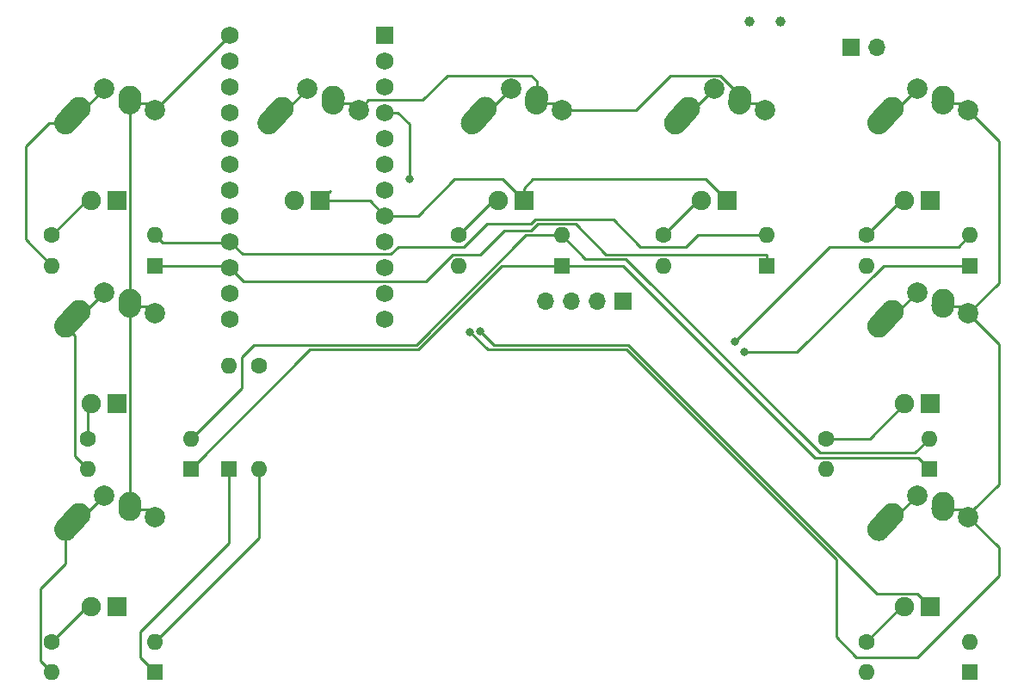
<source format=gbr>
G04 #@! TF.GenerationSoftware,KiCad,Pcbnew,(5.1.9)-1*
G04 #@! TF.CreationDate,2021-02-07T16:45:38-06:00*
G04 #@! TF.ProjectId,4x4_CNC_encoder_PCB,3478345f-434e-4435-9f65-6e636f646572,rev?*
G04 #@! TF.SameCoordinates,Original*
G04 #@! TF.FileFunction,Copper,L1,Top*
G04 #@! TF.FilePolarity,Positive*
%FSLAX46Y46*%
G04 Gerber Fmt 4.6, Leading zero omitted, Abs format (unit mm)*
G04 Created by KiCad (PCBNEW (5.1.9)-1) date 2021-02-07 16:45:38*
%MOMM*%
%LPD*%
G01*
G04 APERTURE LIST*
G04 #@! TA.AperFunction,ComponentPad*
%ADD10O,1.700000X1.700000*%
G04 #@! TD*
G04 #@! TA.AperFunction,ComponentPad*
%ADD11R,1.700000X1.700000*%
G04 #@! TD*
G04 #@! TA.AperFunction,ComponentPad*
%ADD12O,1.600000X1.600000*%
G04 #@! TD*
G04 #@! TA.AperFunction,ComponentPad*
%ADD13C,1.600000*%
G04 #@! TD*
G04 #@! TA.AperFunction,ComponentPad*
%ADD14R,1.600000X1.600000*%
G04 #@! TD*
G04 #@! TA.AperFunction,ComponentPad*
%ADD15R,1.905000X1.905000*%
G04 #@! TD*
G04 #@! TA.AperFunction,ComponentPad*
%ADD16C,1.905000*%
G04 #@! TD*
G04 #@! TA.AperFunction,ComponentPad*
%ADD17C,2.000000*%
G04 #@! TD*
G04 #@! TA.AperFunction,ComponentPad*
%ADD18C,2.250000*%
G04 #@! TD*
G04 #@! TA.AperFunction,WasherPad*
%ADD19C,1.000000*%
G04 #@! TD*
G04 #@! TA.AperFunction,ComponentPad*
%ADD20C,1.752600*%
G04 #@! TD*
G04 #@! TA.AperFunction,ComponentPad*
%ADD21R,1.752600X1.752600*%
G04 #@! TD*
G04 #@! TA.AperFunction,ViaPad*
%ADD22C,0.800000*%
G04 #@! TD*
G04 #@! TA.AperFunction,Conductor*
%ADD23C,0.250000*%
G04 #@! TD*
G04 APERTURE END LIST*
D10*
X136040000Y-65000000D03*
D11*
X133500000Y-65000000D03*
D12*
X145160000Y-123500000D03*
D13*
X135000000Y-123500000D03*
D12*
X141160000Y-103500000D03*
D13*
X131000000Y-103500000D03*
D12*
X145160000Y-83500000D03*
D13*
X135000000Y-83500000D03*
D12*
X125160000Y-83500000D03*
D13*
X115000000Y-83500000D03*
D12*
X105000000Y-83500000D03*
D13*
X94840000Y-83500000D03*
D12*
X75250000Y-106500000D03*
D13*
X75250000Y-96340000D03*
D12*
X65000000Y-83500000D03*
D13*
X54840000Y-83500000D03*
D12*
X68500000Y-103500000D03*
D13*
X58340000Y-103500000D03*
D12*
X65000000Y-123500000D03*
D13*
X54840000Y-123500000D03*
D12*
X135000000Y-126500000D03*
D14*
X145160000Y-126500000D03*
D12*
X131000000Y-106500000D03*
D14*
X141160000Y-106500000D03*
D12*
X135000000Y-86500000D03*
D14*
X145160000Y-86500000D03*
D12*
X115000000Y-86500000D03*
D14*
X125160000Y-86500000D03*
D12*
X94840000Y-86500000D03*
D14*
X105000000Y-86500000D03*
D12*
X72250000Y-96340000D03*
D14*
X72250000Y-106500000D03*
D12*
X54840000Y-86500000D03*
D14*
X65000000Y-86500000D03*
D12*
X58340000Y-106500000D03*
D14*
X68500000Y-106500000D03*
D12*
X54840000Y-126500000D03*
D14*
X65000000Y-126500000D03*
D15*
X141270000Y-120080000D03*
D16*
X138730000Y-120080000D03*
D17*
X140000000Y-109100000D03*
X145000000Y-111200000D03*
D18*
X137500000Y-111000000D03*
G04 #@! TA.AperFunction,ComponentPad*
G36*
G01*
X135438688Y-113297350D02*
X135438688Y-113297350D01*
G75*
G02*
X135352650Y-111708688I751312J837350D01*
G01*
X136662640Y-110248680D01*
G75*
G02*
X138251302Y-110162642I837350J-751312D01*
G01*
X138251302Y-110162642D01*
G75*
G02*
X138337340Y-111751304I-751312J-837350D01*
G01*
X137027350Y-113211312D01*
G75*
G02*
X135438688Y-113297350I-837350J751312D01*
G01*
G37*
G04 #@! TD.AperFunction*
X142540000Y-109920000D03*
G04 #@! TA.AperFunction,ComponentPad*
G36*
G01*
X142423483Y-111622395D02*
X142423483Y-111622395D01*
G75*
G02*
X141377605Y-110423483I76517J1122395D01*
G01*
X141417147Y-109843451D01*
G75*
G02*
X142616059Y-108797573I1122395J-76517D01*
G01*
X142616059Y-108797573D01*
G75*
G02*
X143661937Y-109996485I-76517J-1122395D01*
G01*
X143622395Y-110576517D01*
G75*
G02*
X142423483Y-111622395I-1122395J76517D01*
G01*
G37*
G04 #@! TD.AperFunction*
D15*
X141270000Y-100080000D03*
D16*
X138730000Y-100080000D03*
D17*
X140000000Y-89100000D03*
X145000000Y-91200000D03*
D18*
X137500000Y-91000000D03*
G04 #@! TA.AperFunction,ComponentPad*
G36*
G01*
X135438688Y-93297350D02*
X135438688Y-93297350D01*
G75*
G02*
X135352650Y-91708688I751312J837350D01*
G01*
X136662640Y-90248680D01*
G75*
G02*
X138251302Y-90162642I837350J-751312D01*
G01*
X138251302Y-90162642D01*
G75*
G02*
X138337340Y-91751304I-751312J-837350D01*
G01*
X137027350Y-93211312D01*
G75*
G02*
X135438688Y-93297350I-837350J751312D01*
G01*
G37*
G04 #@! TD.AperFunction*
X142540000Y-89920000D03*
G04 #@! TA.AperFunction,ComponentPad*
G36*
G01*
X142423483Y-91622395D02*
X142423483Y-91622395D01*
G75*
G02*
X141377605Y-90423483I76517J1122395D01*
G01*
X141417147Y-89843451D01*
G75*
G02*
X142616059Y-88797573I1122395J-76517D01*
G01*
X142616059Y-88797573D01*
G75*
G02*
X143661937Y-89996485I-76517J-1122395D01*
G01*
X143622395Y-90576517D01*
G75*
G02*
X142423483Y-91622395I-1122395J76517D01*
G01*
G37*
G04 #@! TD.AperFunction*
D15*
X141270000Y-80080000D03*
D16*
X138730000Y-80080000D03*
D17*
X140000000Y-69100000D03*
X145000000Y-71200000D03*
D18*
X137500000Y-71000000D03*
G04 #@! TA.AperFunction,ComponentPad*
G36*
G01*
X135438688Y-73297350D02*
X135438688Y-73297350D01*
G75*
G02*
X135352650Y-71708688I751312J837350D01*
G01*
X136662640Y-70248680D01*
G75*
G02*
X138251302Y-70162642I837350J-751312D01*
G01*
X138251302Y-70162642D01*
G75*
G02*
X138337340Y-71751304I-751312J-837350D01*
G01*
X137027350Y-73211312D01*
G75*
G02*
X135438688Y-73297350I-837350J751312D01*
G01*
G37*
G04 #@! TD.AperFunction*
X142540000Y-69920000D03*
G04 #@! TA.AperFunction,ComponentPad*
G36*
G01*
X142423483Y-71622395D02*
X142423483Y-71622395D01*
G75*
G02*
X141377605Y-70423483I76517J1122395D01*
G01*
X141417147Y-69843451D01*
G75*
G02*
X142616059Y-68797573I1122395J-76517D01*
G01*
X142616059Y-68797573D01*
G75*
G02*
X143661937Y-69996485I-76517J-1122395D01*
G01*
X143622395Y-70576517D01*
G75*
G02*
X142423483Y-71622395I-1122395J76517D01*
G01*
G37*
G04 #@! TD.AperFunction*
D15*
X121270000Y-80080000D03*
D16*
X118730000Y-80080000D03*
D17*
X120000000Y-69100000D03*
X125000000Y-71200000D03*
D18*
X117500000Y-71000000D03*
G04 #@! TA.AperFunction,ComponentPad*
G36*
G01*
X115438688Y-73297350D02*
X115438688Y-73297350D01*
G75*
G02*
X115352650Y-71708688I751312J837350D01*
G01*
X116662640Y-70248680D01*
G75*
G02*
X118251302Y-70162642I837350J-751312D01*
G01*
X118251302Y-70162642D01*
G75*
G02*
X118337340Y-71751304I-751312J-837350D01*
G01*
X117027350Y-73211312D01*
G75*
G02*
X115438688Y-73297350I-837350J751312D01*
G01*
G37*
G04 #@! TD.AperFunction*
X122540000Y-69920000D03*
G04 #@! TA.AperFunction,ComponentPad*
G36*
G01*
X122423483Y-71622395D02*
X122423483Y-71622395D01*
G75*
G02*
X121377605Y-70423483I76517J1122395D01*
G01*
X121417147Y-69843451D01*
G75*
G02*
X122616059Y-68797573I1122395J-76517D01*
G01*
X122616059Y-68797573D01*
G75*
G02*
X123661937Y-69996485I-76517J-1122395D01*
G01*
X123622395Y-70576517D01*
G75*
G02*
X122423483Y-71622395I-1122395J76517D01*
G01*
G37*
G04 #@! TD.AperFunction*
D15*
X101270000Y-80080000D03*
D16*
X98730000Y-80080000D03*
D17*
X100000000Y-69100000D03*
X105000000Y-71200000D03*
D18*
X97500000Y-71000000D03*
G04 #@! TA.AperFunction,ComponentPad*
G36*
G01*
X95438688Y-73297350D02*
X95438688Y-73297350D01*
G75*
G02*
X95352650Y-71708688I751312J837350D01*
G01*
X96662640Y-70248680D01*
G75*
G02*
X98251302Y-70162642I837350J-751312D01*
G01*
X98251302Y-70162642D01*
G75*
G02*
X98337340Y-71751304I-751312J-837350D01*
G01*
X97027350Y-73211312D01*
G75*
G02*
X95438688Y-73297350I-837350J751312D01*
G01*
G37*
G04 #@! TD.AperFunction*
X102540000Y-69920000D03*
G04 #@! TA.AperFunction,ComponentPad*
G36*
G01*
X102423483Y-71622395D02*
X102423483Y-71622395D01*
G75*
G02*
X101377605Y-70423483I76517J1122395D01*
G01*
X101417147Y-69843451D01*
G75*
G02*
X102616059Y-68797573I1122395J-76517D01*
G01*
X102616059Y-68797573D01*
G75*
G02*
X103661937Y-69996485I-76517J-1122395D01*
G01*
X103622395Y-70576517D01*
G75*
G02*
X102423483Y-71622395I-1122395J76517D01*
G01*
G37*
G04 #@! TD.AperFunction*
D15*
X81270000Y-80080000D03*
D16*
X78730000Y-80080000D03*
D17*
X80000000Y-69100000D03*
X85000000Y-71200000D03*
D18*
X77500000Y-71000000D03*
G04 #@! TA.AperFunction,ComponentPad*
G36*
G01*
X75438688Y-73297350D02*
X75438688Y-73297350D01*
G75*
G02*
X75352650Y-71708688I751312J837350D01*
G01*
X76662640Y-70248680D01*
G75*
G02*
X78251302Y-70162642I837350J-751312D01*
G01*
X78251302Y-70162642D01*
G75*
G02*
X78337340Y-71751304I-751312J-837350D01*
G01*
X77027350Y-73211312D01*
G75*
G02*
X75438688Y-73297350I-837350J751312D01*
G01*
G37*
G04 #@! TD.AperFunction*
X82540000Y-69920000D03*
G04 #@! TA.AperFunction,ComponentPad*
G36*
G01*
X82423483Y-71622395D02*
X82423483Y-71622395D01*
G75*
G02*
X81377605Y-70423483I76517J1122395D01*
G01*
X81417147Y-69843451D01*
G75*
G02*
X82616059Y-68797573I1122395J-76517D01*
G01*
X82616059Y-68797573D01*
G75*
G02*
X83661937Y-69996485I-76517J-1122395D01*
G01*
X83622395Y-70576517D01*
G75*
G02*
X82423483Y-71622395I-1122395J76517D01*
G01*
G37*
G04 #@! TD.AperFunction*
D15*
X61270000Y-80080000D03*
D16*
X58730000Y-80080000D03*
D17*
X60000000Y-69100000D03*
X65000000Y-71200000D03*
D18*
X57500000Y-71000000D03*
G04 #@! TA.AperFunction,ComponentPad*
G36*
G01*
X55438688Y-73297350D02*
X55438688Y-73297350D01*
G75*
G02*
X55352650Y-71708688I751312J837350D01*
G01*
X56662640Y-70248680D01*
G75*
G02*
X58251302Y-70162642I837350J-751312D01*
G01*
X58251302Y-70162642D01*
G75*
G02*
X58337340Y-71751304I-751312J-837350D01*
G01*
X57027350Y-73211312D01*
G75*
G02*
X55438688Y-73297350I-837350J751312D01*
G01*
G37*
G04 #@! TD.AperFunction*
X62540000Y-69920000D03*
G04 #@! TA.AperFunction,ComponentPad*
G36*
G01*
X62423483Y-71622395D02*
X62423483Y-71622395D01*
G75*
G02*
X61377605Y-70423483I76517J1122395D01*
G01*
X61417147Y-69843451D01*
G75*
G02*
X62616059Y-68797573I1122395J-76517D01*
G01*
X62616059Y-68797573D01*
G75*
G02*
X63661937Y-69996485I-76517J-1122395D01*
G01*
X63622395Y-70576517D01*
G75*
G02*
X62423483Y-71622395I-1122395J76517D01*
G01*
G37*
G04 #@! TD.AperFunction*
D15*
X61270000Y-100080000D03*
D16*
X58730000Y-100080000D03*
D17*
X60000000Y-89100000D03*
X65000000Y-91200000D03*
D18*
X57500000Y-91000000D03*
G04 #@! TA.AperFunction,ComponentPad*
G36*
G01*
X55438688Y-93297350D02*
X55438688Y-93297350D01*
G75*
G02*
X55352650Y-91708688I751312J837350D01*
G01*
X56662640Y-90248680D01*
G75*
G02*
X58251302Y-90162642I837350J-751312D01*
G01*
X58251302Y-90162642D01*
G75*
G02*
X58337340Y-91751304I-751312J-837350D01*
G01*
X57027350Y-93211312D01*
G75*
G02*
X55438688Y-93297350I-837350J751312D01*
G01*
G37*
G04 #@! TD.AperFunction*
X62540000Y-89920000D03*
G04 #@! TA.AperFunction,ComponentPad*
G36*
G01*
X62423483Y-91622395D02*
X62423483Y-91622395D01*
G75*
G02*
X61377605Y-90423483I76517J1122395D01*
G01*
X61417147Y-89843451D01*
G75*
G02*
X62616059Y-88797573I1122395J-76517D01*
G01*
X62616059Y-88797573D01*
G75*
G02*
X63661937Y-89996485I-76517J-1122395D01*
G01*
X63622395Y-90576517D01*
G75*
G02*
X62423483Y-91622395I-1122395J76517D01*
G01*
G37*
G04 #@! TD.AperFunction*
D15*
X61270000Y-120080000D03*
D16*
X58730000Y-120080000D03*
D17*
X60000000Y-109100000D03*
X65000000Y-111200000D03*
D18*
X57500000Y-111000000D03*
G04 #@! TA.AperFunction,ComponentPad*
G36*
G01*
X55438688Y-113297350D02*
X55438688Y-113297350D01*
G75*
G02*
X55352650Y-111708688I751312J837350D01*
G01*
X56662640Y-110248680D01*
G75*
G02*
X58251302Y-110162642I837350J-751312D01*
G01*
X58251302Y-110162642D01*
G75*
G02*
X58337340Y-111751304I-751312J-837350D01*
G01*
X57027350Y-113211312D01*
G75*
G02*
X55438688Y-113297350I-837350J751312D01*
G01*
G37*
G04 #@! TD.AperFunction*
X62540000Y-109920000D03*
G04 #@! TA.AperFunction,ComponentPad*
G36*
G01*
X62423483Y-111622395D02*
X62423483Y-111622395D01*
G75*
G02*
X61377605Y-110423483I76517J1122395D01*
G01*
X61417147Y-109843451D01*
G75*
G02*
X62616059Y-108797573I1122395J-76517D01*
G01*
X62616059Y-108797573D01*
G75*
G02*
X63661937Y-109996485I-76517J-1122395D01*
G01*
X63622395Y-110576517D01*
G75*
G02*
X62423483Y-111622395I-1122395J76517D01*
G01*
G37*
G04 #@! TD.AperFunction*
D19*
X126500000Y-62500000D03*
X123500000Y-62500000D03*
D20*
X72380000Y-63804000D03*
X72380000Y-66344000D03*
X72380000Y-68884000D03*
X72380000Y-71424000D03*
X72380000Y-73964000D03*
X72380000Y-76504000D03*
X72380000Y-79044000D03*
X72380000Y-81584000D03*
X72380000Y-84124000D03*
X72380000Y-86664000D03*
X72380000Y-89204000D03*
X72380000Y-91744000D03*
X87620000Y-91744000D03*
X87620000Y-89204000D03*
X87620000Y-86664000D03*
X87620000Y-84124000D03*
X87620000Y-81584000D03*
X87620000Y-79044000D03*
X87620000Y-76504000D03*
X87620000Y-73964000D03*
X87620000Y-71424000D03*
X87620000Y-68884000D03*
X87620000Y-66344000D03*
D21*
X87620000Y-63804000D03*
D10*
X103380000Y-90000000D03*
X105920000Y-90000000D03*
X108460000Y-90000000D03*
D11*
X111000000Y-90000000D03*
D22*
X90000000Y-78000000D03*
X123013671Y-95011648D03*
X121999994Y-94000000D03*
X97012660Y-92987340D03*
X96000000Y-93000000D03*
D23*
X90000000Y-78000000D02*
X90000000Y-72554000D01*
X88870000Y-71424000D02*
X90000000Y-72554000D01*
X87620000Y-71424000D02*
X88870000Y-71424000D01*
X56640000Y-112460000D02*
X56190000Y-112460000D01*
X60000000Y-109100000D02*
X56640000Y-112460000D01*
X56190000Y-112460000D02*
X56190000Y-115810000D01*
X53714999Y-125374999D02*
X54840000Y-126500000D01*
X53714999Y-118285001D02*
X53714999Y-125374999D01*
X56190000Y-115810000D02*
X53714999Y-118285001D01*
X136665002Y-86500000D02*
X128153354Y-95011648D01*
X128153354Y-95011648D02*
X123013671Y-95011648D01*
X145160000Y-86500000D02*
X136665002Y-86500000D01*
X72250000Y-106500000D02*
X72250000Y-113750000D01*
X72250000Y-113750000D02*
X63500000Y-122500000D01*
X63500000Y-125000000D02*
X65000000Y-126500000D01*
X63500000Y-122500000D02*
X63500000Y-125000000D01*
X56640000Y-92460000D02*
X60000000Y-89100000D01*
X56190000Y-92460000D02*
X56640000Y-92460000D01*
X57075001Y-105235001D02*
X58340000Y-106500000D01*
X57075001Y-93345001D02*
X57075001Y-105235001D01*
X56190000Y-92460000D02*
X57075001Y-93345001D01*
X140034999Y-105374999D02*
X141160000Y-106500000D01*
X129874999Y-105374999D02*
X140034999Y-105374999D01*
X111000000Y-86500000D02*
X129874999Y-105374999D01*
X105000000Y-86500000D02*
X111000000Y-86500000D01*
X68500000Y-106500000D02*
X80250000Y-94750000D01*
X80250000Y-94750000D02*
X90886410Y-94750000D01*
X99136410Y-86500000D02*
X105000000Y-86500000D01*
X90886410Y-94750000D02*
X99136410Y-86500000D01*
X56640000Y-72460000D02*
X60000000Y-69100000D01*
X56190000Y-72460000D02*
X56640000Y-72460000D01*
X52260998Y-83920998D02*
X54840000Y-86500000D01*
X52260998Y-74739002D02*
X52260998Y-83920998D01*
X54540000Y-72460000D02*
X52260998Y-74739002D01*
X56190000Y-72460000D02*
X54540000Y-72460000D01*
X65000000Y-86500000D02*
X65115301Y-86615301D01*
X72380000Y-86610602D02*
X72384699Y-86615301D01*
X72216000Y-86500000D02*
X72380000Y-86664000D01*
X65000000Y-86500000D02*
X72216000Y-86500000D01*
X91674998Y-88000000D02*
X73716000Y-88000000D01*
X94299999Y-85374999D02*
X91674998Y-88000000D01*
X96988591Y-85374999D02*
X94299999Y-85374999D01*
X101950011Y-83049989D02*
X99313600Y-83049989D01*
X99313600Y-83049989D02*
X96988591Y-85374999D01*
X106374999Y-82374999D02*
X102625001Y-82374999D01*
X73716000Y-88000000D02*
X72380000Y-86664000D01*
X109374999Y-85374999D02*
X106374999Y-82374999D01*
X102625001Y-82374999D02*
X101950011Y-83049989D01*
X125084999Y-85374999D02*
X109374999Y-85374999D01*
X125160000Y-85450000D02*
X125084999Y-85374999D01*
X125160000Y-86500000D02*
X125160000Y-85450000D01*
X76640000Y-72460000D02*
X80000000Y-69100000D01*
X76190000Y-72460000D02*
X76640000Y-72460000D01*
X76700001Y-72970001D02*
X76190000Y-72460000D01*
X96640000Y-72460000D02*
X100000000Y-69100000D01*
X96190000Y-72460000D02*
X96640000Y-72460000D01*
X116640000Y-72460000D02*
X120000000Y-69100000D01*
X116190000Y-72460000D02*
X116640000Y-72460000D01*
X136640000Y-72460000D02*
X140000000Y-69100000D01*
X136190000Y-72460000D02*
X136640000Y-72460000D01*
X136640000Y-92460000D02*
X140000000Y-89100000D01*
X136190000Y-92460000D02*
X136640000Y-92460000D01*
X136640000Y-112460000D02*
X140000000Y-109100000D01*
X136190000Y-112460000D02*
X136640000Y-112460000D01*
X67000000Y-121500000D02*
X65000000Y-123500000D01*
X145160000Y-83500000D02*
X144034999Y-84625001D01*
X131374993Y-84625001D02*
X121999994Y-94000000D01*
X144034999Y-84625001D02*
X131374993Y-84625001D01*
X75250000Y-113250000D02*
X75250000Y-106500000D01*
X65000000Y-123500000D02*
X75250000Y-113250000D01*
X58260000Y-120080000D02*
X58730000Y-120080000D01*
X54840000Y-123500000D02*
X58260000Y-120080000D01*
X141160000Y-103500000D02*
X139735012Y-104924988D01*
X139735012Y-104924988D02*
X130424988Y-104924988D01*
X130424988Y-104924988D02*
X111325010Y-85825010D01*
X107325010Y-85825010D02*
X105000000Y-83500000D01*
X111325010Y-85825010D02*
X107325010Y-85825010D01*
X73500000Y-98500000D02*
X68500000Y-103500000D01*
X73500000Y-95500000D02*
X73500000Y-98500000D01*
X90700011Y-94299989D02*
X74700011Y-94299989D01*
X101500000Y-83500000D02*
X90700011Y-94299989D01*
X74700011Y-94299989D02*
X73500000Y-95500000D01*
X105000000Y-83500000D02*
X101500000Y-83500000D01*
X58340000Y-100470000D02*
X58730000Y-100080000D01*
X58340000Y-103500000D02*
X58340000Y-100470000D01*
X112761412Y-84625001D02*
X110061399Y-81924988D01*
X102438601Y-81924988D02*
X101988591Y-82374999D01*
X65712699Y-84212699D02*
X65000000Y-83500000D01*
X101988591Y-82374999D02*
X97630003Y-82374999D01*
X110061399Y-81924988D02*
X102438601Y-81924988D01*
X118363590Y-83500000D02*
X117238589Y-84625001D01*
X97630003Y-82374999D02*
X95380001Y-84625001D01*
X117238589Y-84625001D02*
X112761412Y-84625001D01*
X125160000Y-83500000D02*
X118363590Y-83500000D01*
X72291301Y-84212699D02*
X72380000Y-84124000D01*
X65712699Y-84212699D02*
X72291301Y-84212699D01*
X88196625Y-85325301D02*
X88896925Y-84625001D01*
X73581301Y-85325301D02*
X88196625Y-85325301D01*
X88896925Y-84625001D02*
X95380001Y-84625001D01*
X72380000Y-84124000D02*
X73581301Y-85325301D01*
X58260000Y-80080000D02*
X58730000Y-80080000D01*
X54840000Y-83500000D02*
X58260000Y-80080000D01*
X98260000Y-80080000D02*
X98730000Y-80080000D01*
X94840000Y-83500000D02*
X98260000Y-80080000D01*
X118420000Y-80080000D02*
X118730000Y-80080000D01*
X115000000Y-83500000D02*
X118420000Y-80080000D01*
X138420000Y-80080000D02*
X138730000Y-80080000D01*
X135000000Y-83500000D02*
X138420000Y-80080000D01*
X135310000Y-103500000D02*
X138730000Y-100080000D01*
X131000000Y-103500000D02*
X135310000Y-103500000D01*
X138420000Y-120080000D02*
X138730000Y-120080000D01*
X135000000Y-123500000D02*
X138420000Y-120080000D01*
X64300000Y-70500000D02*
X65000000Y-71200000D01*
X62500000Y-70500000D02*
X64300000Y-70500000D01*
X62547501Y-89912499D02*
X62540000Y-89920000D01*
X62547501Y-70547501D02*
X62547501Y-89912499D01*
X62500000Y-70500000D02*
X62547501Y-70547501D01*
X62547501Y-109912499D02*
X62540000Y-109920000D01*
X62547501Y-90547501D02*
X62547501Y-109912499D01*
X62500000Y-90500000D02*
X62547501Y-90547501D01*
X64300000Y-90500000D02*
X65000000Y-91200000D01*
X62500000Y-90500000D02*
X64300000Y-90500000D01*
X64300000Y-110500000D02*
X65000000Y-111200000D01*
X62500000Y-110500000D02*
X64300000Y-110500000D01*
X65000000Y-71184000D02*
X65000000Y-71200000D01*
X72380000Y-63804000D02*
X65000000Y-71184000D01*
X81270000Y-80080000D02*
X82217301Y-79132699D01*
X119190000Y-78000000D02*
X121270000Y-80080000D01*
X102147500Y-78000000D02*
X119190000Y-78000000D01*
X101270000Y-78877500D02*
X102147500Y-78000000D01*
X101270000Y-80080000D02*
X101270000Y-78877500D01*
X99190000Y-78000000D02*
X101270000Y-80080000D01*
X94474999Y-78000000D02*
X99190000Y-78000000D01*
X90890999Y-81584000D02*
X94474999Y-78000000D01*
X87620000Y-81584000D02*
X90890999Y-81584000D01*
X86116000Y-80080000D02*
X87620000Y-81584000D01*
X81270000Y-80080000D02*
X86116000Y-80080000D01*
X104300000Y-70500000D02*
X105000000Y-71200000D01*
X102500000Y-70500000D02*
X104300000Y-70500000D01*
X105000000Y-71200000D02*
X112300000Y-71200000D01*
X122500000Y-69638998D02*
X122500000Y-70500000D01*
X120636001Y-67774999D02*
X122500000Y-69638998D01*
X115725001Y-67774999D02*
X120636001Y-67774999D01*
X112300000Y-71200000D02*
X115725001Y-67774999D01*
X84300000Y-70500000D02*
X85000000Y-71200000D01*
X82500000Y-70500000D02*
X84300000Y-70500000D01*
X124300000Y-70500000D02*
X125000000Y-71200000D01*
X122500000Y-70500000D02*
X124300000Y-70500000D01*
X102540000Y-68329010D02*
X102540000Y-69920000D01*
X93725001Y-67774999D02*
X101985989Y-67774999D01*
X91299999Y-70200001D02*
X93725001Y-67774999D01*
X101985989Y-67774999D02*
X102540000Y-68329010D01*
X85999999Y-70200001D02*
X91299999Y-70200001D01*
X85000000Y-71200000D02*
X85999999Y-70200001D01*
X98325309Y-94299989D02*
X97012660Y-92987340D01*
X111549989Y-94299989D02*
X98325309Y-94299989D01*
X141270000Y-120080000D02*
X139992499Y-118802499D01*
X136052499Y-118802499D02*
X111549989Y-94299989D01*
X139992499Y-118802499D02*
X136052499Y-118802499D01*
X144300000Y-70500000D02*
X145000000Y-71200000D01*
X142500000Y-70500000D02*
X144300000Y-70500000D01*
X144300000Y-90500000D02*
X145000000Y-91200000D01*
X142500000Y-90500000D02*
X144300000Y-90500000D01*
X144300000Y-110500000D02*
X145000000Y-111200000D01*
X142500000Y-110500000D02*
X144300000Y-110500000D01*
X145000000Y-91200000D02*
X148000000Y-94200000D01*
X148000000Y-94200000D02*
X148000000Y-108000000D01*
X145500000Y-110500000D02*
X142500000Y-110500000D01*
X148000000Y-108000000D02*
X145500000Y-110500000D01*
X148000000Y-114200000D02*
X145000000Y-111200000D01*
X148000000Y-117000000D02*
X148000000Y-114200000D01*
X140000000Y-125000000D02*
X148000000Y-117000000D01*
X132000000Y-123000000D02*
X134000000Y-125000000D01*
X134000000Y-125000000D02*
X140000000Y-125000000D01*
X96000000Y-93000000D02*
X97750000Y-94750000D01*
X97750000Y-94750000D02*
X111363590Y-94750000D01*
X132000000Y-115386410D02*
X132000000Y-123000000D01*
X111363590Y-94750000D02*
X132000000Y-115386410D01*
X148000000Y-88200000D02*
X145000000Y-91200000D01*
X148000000Y-74200000D02*
X148000000Y-88200000D01*
X145000000Y-71200000D02*
X148000000Y-74200000D01*
M02*

</source>
